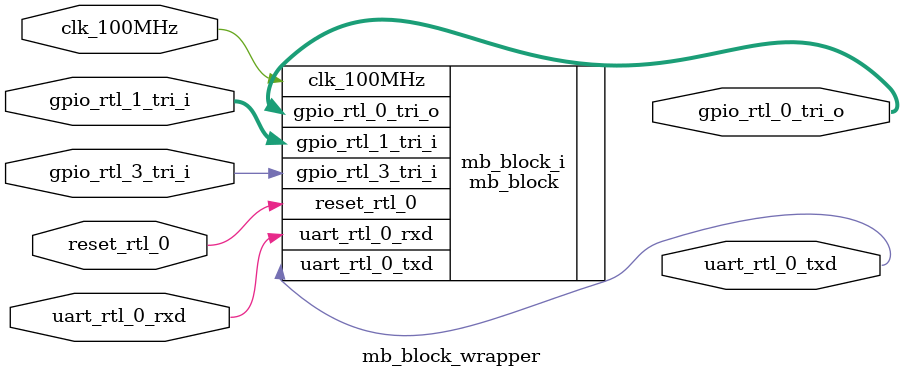
<source format=v>
`timescale 1 ps / 1 ps

module mb_block_wrapper
   (clk_100MHz,
    gpio_rtl_0_tri_o,
    gpio_rtl_1_tri_i,
    gpio_rtl_3_tri_i,
    reset_rtl_0,
    uart_rtl_0_rxd,
    uart_rtl_0_txd);
  input clk_100MHz;
  output [15:0]gpio_rtl_0_tri_o;
  input [15:0]gpio_rtl_1_tri_i;
  input [0:0]gpio_rtl_3_tri_i;
  input reset_rtl_0;
  input uart_rtl_0_rxd;
  output uart_rtl_0_txd;

  wire clk_100MHz;
  wire [15:0]gpio_rtl_0_tri_o;
  wire [15:0]gpio_rtl_1_tri_i;
  wire [0:0]gpio_rtl_3_tri_i;
  wire reset_rtl_0;
  wire uart_rtl_0_rxd;
  wire uart_rtl_0_txd;

  mb_block mb_block_i
       (.clk_100MHz(clk_100MHz),
        .gpio_rtl_0_tri_o(gpio_rtl_0_tri_o),
        .gpio_rtl_1_tri_i(gpio_rtl_1_tri_i),
        .gpio_rtl_3_tri_i(gpio_rtl_3_tri_i),
        .reset_rtl_0(reset_rtl_0),
        .uart_rtl_0_rxd(uart_rtl_0_rxd),
        .uart_rtl_0_txd(uart_rtl_0_txd));
endmodule

</source>
